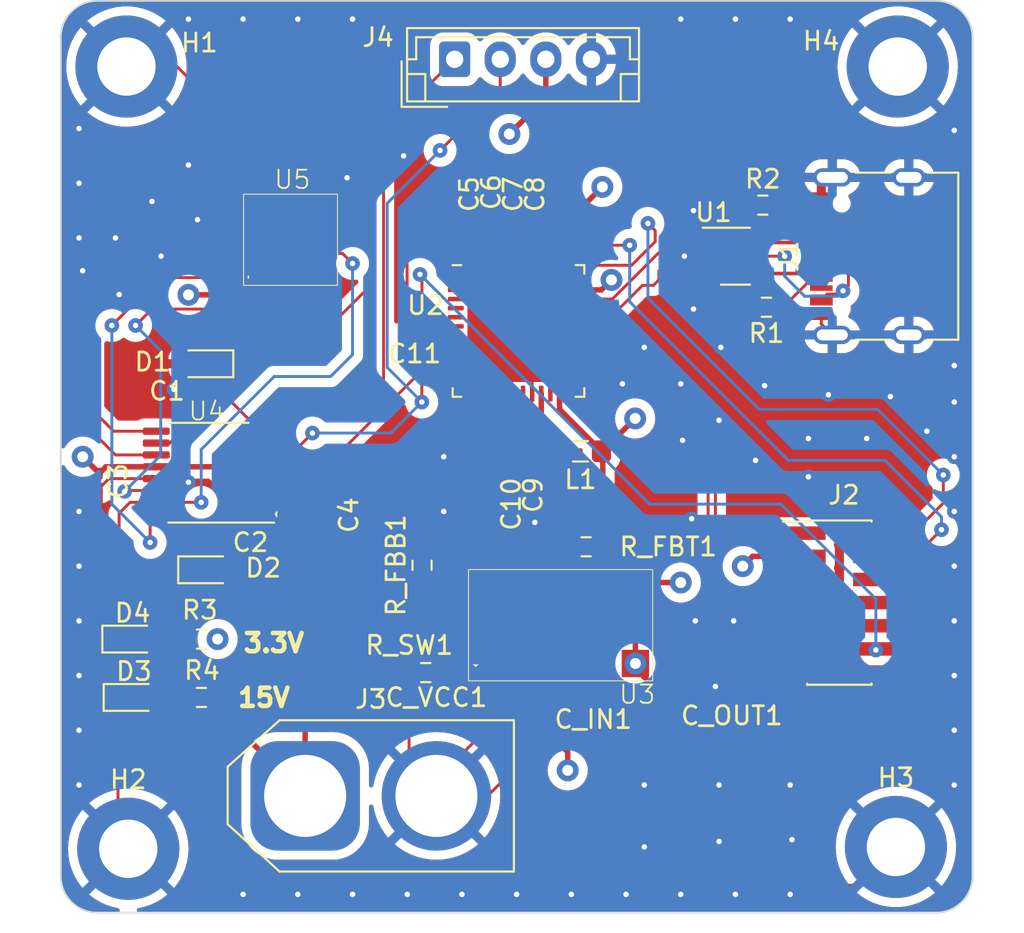
<source format=kicad_pcb>
(kicad_pcb (version 20221018) (generator pcbnew)
  (title_block (title "Carte_Controle_MCC") (date "2025-02-01") (company "ENSEA") (comment 1 "CAILLAUD Paul"))
  (layers (0 "F.Cu" signal) (1 "In1.Cu" signal) (2 "In2.Cu" signal) (31 "B.Cu" signal) (34 "B.Paste" user) (35 "F.Paste" user) (36 "B.SilkS" user "B.Silkscreen") (37 "F.SilkS" user "F.Silkscreen") (38 "B.Mask" user) (39 "F.Mask" user) (44 "Edge.Cuts" user))
  (net 0 "")
  (net 1 "Net-(U4-AHB)")
  (net 2 "S4{slash}D3_INPUT")
  (net 3 "S1{slash}D2_INPUT")
  (net 4 "Net-(U4-BHB)")
  (net 5 "+15V")
  (net 6 "GND")
  (net 7 "+3.3V")
  (net 8 "+3.3VA")
  (net 9 "NRST")
  (net 10 "Net-(U3-VCC)")
  (net 11 "/V_USB")
  (net 12 "Net-(J1-CC1)")
  (net 13 "/D+")
  (net 14 "/D-")
  (net 16 "Net-(J1-CC2)")
  (net 20 "SYS_SWDIO")
  (net 21 "SYS_SWCLK")
  (net 25 "USART_Rx")
  (net 26 "USART_Tx")
  (net 27 "TIM2_CH1_PWM")
  (net 28 "TIM2_CH2_PWM")
  (net 29 "Net-(U3-FB)")
  (net 30 "Net-(U3-FSW)")
  (net 31 "USB_DP")
  (net 32 "USB_DM")
  (net 67 "Net-(U3-EN)")
  (net 70 "unconnected-(U4-NC-Pad5)")
  (net 72 "G4_INPUT")
  (net 73 "G3_INPUT")
  (net 74 "G2_INPUT")
  (net 75 "G1_INPUT")
  (net 76 "Net-(D3-A)")
  (net 77 "Net-(D4-A)")
  (footprint "LED_SMD:LED_0603_1608Metric_Pad1.05x0.95mm_HandSolder" (layer "F.Cu") (at 113.9375 105)
    (fp_text reference "D4")
    (fp_text value "LED_Small")
  )
  (footprint "Connector_PinHeader_1.27mm:PinHeader_2x07_P1.27mm_Vertical_SMD" (layer "F.Cu") (at 152.7 103)
    (fp_text reference "J2")
    (fp_text value "Conn_ST_STDC14")
  )
  (footprint "Capacitor_SMD:C_0201_0603Metric_Pad0.64x0.40mm_HandSolder" (layer "F.Cu") (at 134.8 82.5 90)
    (fp_text reference "C7")
    (fp_text value "100n")
  )
  (footprint "Connector_AMASS:AMASS_XT60-M_1x02_P7.20mm_Vertical" (layer "F.Cu") (at 123.4 113.6)
    (fp_text reference "J3")
    (fp_text value "Conn_01x02_XT60")
  )
  (footprint "Package_DFN_QFN:QFN-48-1EP_7x7mm_P0.5mm_EP5.6x5.6mm" (layer "F.Cu") (at 135.1 88.1)
    (fp_text reference "U2")
    (fp_text value "STM32G431CBUx")
  )
  (footprint "Resistor_SMD:R_0603_1608Metric_Pad0.98x0.95mm_HandSolder" (layer "F.Cu") (at 129.8125 100.95 90)
    (fp_text reference "R_FBB1")
    (fp_text value "137k")
  )
  (footprint "Capacitor_SMD:C_0201_0603Metric_Pad0.64x0.40mm_HandSolder" (layer "F.Cu") (at 143.4 108.9 -90)
    (fp_text reference "C_OUT1")
    (fp_text value "47u")
  )
  (footprint "maker:Mosfet_FDMQ86530L" (layer "F.Cu") (at 122.6 83.1)
    (fp_text reference "U5")
    (fp_text value "~")
  )
  (footprint "MountingHole:MountingHole_3.2mm_M3_DIN965_Pad" (layer "F.Cu") (at 113.7 116.5)
    (fp_text reference "H2")
    (fp_text value "MountingHole_Pad")
  )
  (footprint "Resistor_SMD:R_0603_1608Metric_Pad0.98x0.95mm_HandSolder" (layer "F.Cu") (at 138.8125 99.9375 180)
    (fp_text reference "R_FBT1")
    (fp_text value "402k")
  )
  (footprint "maker:Gate_Driver_MIC4606-2YTS-TR" (layer "F.Cu") (at 118.1 95.9 180)
    (fp_text reference "U4")
    (fp_text value "~")
  )
  (footprint "Capacitor_SMD:C_0201_0603Metric_Pad0.64x0.40mm_HandSolder" (layer "F.Cu") (at 134.7 95.2 -90)
    (fp_text reference "C10")
    (fp_text value "10n")
  )
  (footprint "Capacitor_SMD:C_0201_0603Metric_Pad0.64x0.40mm_HandSolder" (layer "F.Cu") (at 129.4 88.3 180)
    (fp_text reference "C11")
    (fp_text value "100n")
  )
  (footprint "Capacitor_SMD:C_0201_0603Metric_Pad0.64x0.40mm_HandSolder" (layer "F.Cu") (at 112.1 96.3325 -90)
    (fp_text reference "C3")
    (fp_text value "2.2u")
  )
  (footprint "Capacitor_SMD:C_0201_0603Metric_Pad0.64x0.40mm_HandSolder" (layer "F.Cu") (at 132.8 82.5075 90)
    (fp_text reference "C5")
    (fp_text value "4.7u")
  )
  (footprint "Resistor_SMD:R_0603_1608Metric_Pad0.98x0.95mm_HandSolder" (layer "F.Cu") (at 148.7 86.8 180)
    (fp_text reference "R1")
    (fp_text value "5.1k")
  )
  (footprint "MountingHole:MountingHole_3.2mm_M3_DIN965_Pad" (layer "F.Cu") (at 155.9 73.6)
    (fp_text reference "H4")
    (fp_text value "MountingHole_Pad")
  )
  (footprint "LED_SMD:LED_0603_1608Metric_Pad1.05x0.95mm_HandSolder" (layer "F.Cu") (at 114.0125 108.2)
    (fp_text reference "D3")
    (fp_text value "LED_Small")
  )
  (footprint "maker:wurth_171013801" (layer "F.Cu") (at 137.4125 104.2375)
    (fp_text reference "U3")
    (fp_text value "~")
  )
  (footprint "Diode_SMD:D_0603_1608Metric_Pad1.05x0.95mm_HandSolder" (layer "F.Cu") (at 118.1 101.2)
    (fp_text reference "D2")
    (fp_text value "D_Schottky_Small")
  )
  (footprint "Connector_USB:USB_C_Receptacle_G-Switch_GT-USB-7010ASV" (layer "F.Cu") (at 155.435 84 90)
    (fp_text reference "J1")
    (fp_text value "USB_C_Receptacle_USB2.0_16P")
  )
  (footprint "Diode_SMD:D_0603_1608Metric_Pad1.05x0.95mm_HandSolder" (layer "F.Cu") (at 117.8 89.9 180)
    (fp_text reference "D1")
    (fp_text value "D_Schottky_Small")
  )
  (footprint "Capacitor_SMD:C_0201_0603Metric_Pad0.64x0.40mm_HandSolder" (layer "F.Cu") (at 118.2 99.7)
    (fp_text reference "C2")
    (fp_text value "1u")
  )
  (footprint "MountingHole:MountingHole_3.2mm_M3_DIN965_Pad" (layer "F.Cu") (at 113.6 73.6)
    (fp_text reference "H1")
    (fp_text value "MountingHole_Pad")
  )
  (footprint "Resistor_SMD:R_0603_1608Metric_Pad0.98x0.95mm_HandSolder" (layer "F.Cu") (at 148.5 81.2)
    (fp_text reference "R2")
    (fp_text value "5.1k")
  )
  (footprint "Capacitor_SMD:C_0201_0603Metric_Pad0.64x0.40mm_HandSolder" (layer "F.Cu") (at 135.9 95.2 -90)
    (fp_text reference "C9")
    (fp_text value "1u")
  )
  (footprint "Capacitor_SMD:C_0201_0603Metric_Pad0.64x0.40mm_HandSolder" (layer "F.Cu") (at 134 108.2 180)
    (fp_text reference "C_VCC1")
    (fp_text value "1u")
  )
  (footprint "MountingHole:MountingHole_3.2mm_M3_DIN965_Pad" (layer "F.Cu") (at 155.8 116.4)
    (fp_text reference "H3")
    (fp_text value "MountingHole_Pad")
  )
  (footprint "Capacitor_SMD:C_0201_0603Metric_Pad0.64x0.40mm_HandSolder" (layer "F.Cu") (at 133.8 82.5 90)
    (fp_text reference "C6")
    (fp_text value "100n")
  )
  (footprint "Resistor_SMD:R_0603_1608Metric_Pad0.98x0.95mm_HandSolder" (layer "F.Cu") (at 117.7125 108.2 180)
    (fp_text reference "R4")
    (fp_text value "5.6k")
  )
  (footprint "Inductor_SMD:L_0805_2012Metric_Pad1.05x1.20mm_HandSolder" (layer "F.Cu") (at 138.5 94.7 180)
    (fp_text reference "L1")
    (fp_text value "39n")
  )
  (footprint "Capacitor_SMD:C_0201_0603Metric_Pad0.64x0.40mm_HandSolder" (layer "F.Cu") (at 117.7325 91.4 180)
    (fp_text reference "C1")
    (fp_text value "1u")
  )
  (footprint "Capacitor_SMD:C_0201_0603Metric_Pad0.64x0.40mm_HandSolder" (layer "F.Cu") (at 124.7 99 -90)
    (fp_text reference "C4")
    (fp_text value "1u")
  )
  (footprint "Resistor_SMD:R_0603_1608Metric_Pad0.98x0.95mm_HandSolder" (layer "F.Cu") (at 130.0125 106.8375 180)
    (fp_text reference "R_SW1")
    (fp_text value "5.6k")
  )
  (footprint "Capacitor_SMD:C_0201_0603Metric_Pad0.64x0.40mm_HandSolder" (layer "F.Cu") (at 136.4 110.2 -90)
    (fp_text reference "C_IN1")
    (fp_text value "10u")
  )
  (footprint "Capacitor_SMD:C_0201_0603Metric_Pad0.64x0.40mm_HandSolder" (layer "F.Cu") (at 135.9 82.5 90)
    (fp_text reference "C8")
    (fp_text value "100n")
  )
  (footprint "Connector_JST:JST_EH_B4B-EH-A_1x04_P2.50mm_Vertical" (layer "F.Cu") (at 131.6 73.2)
    (fp_text reference "J4")
    (fp_text value "Conn_01x04_moteur")
  )
  (footprint "Resistor_SMD:R_0603_1608Metric_Pad0.98x0.95mm_HandSolder" (layer "F.Cu") (at 117.7125 105 180)
    (fp_text reference "R3")
    (fp_text value "820")
  )
  (footprint "Package_TO_SOT_SMD:SOT-23-6" (layer "F.Cu") (at 147 84)
    (fp_text reference "U1")
    (fp_text value "USBLC6-2SC6")
  )
  (gr_line (start 160 72) (end 160 118) (stroke (width 0.1)) (layer "Edge.Cuts"))
  (gr_arc (start 112 120) (mid 110.585786 119.414214) (end 110 118) (stroke (width 0.1)) (layer "Edge.Cuts"))
  (gr_arc (start 160 118) (mid 159.414214 119.414214) (end 158 120) (stroke (width 0.1)) (layer "Edge.Cuts"))
  (gr_line (start 112 70) (end 158 70) (stroke (width 0.1)) (layer "Edge.Cuts"))
  (gr_arc (start 158 70) (mid 159.414214 70.585786) (end 160 72) (stroke (width 0.1)) (layer "Edge.Cuts"))
  (gr_line (start 110 118) (end 110 72) (stroke (width 0.1)) (layer "Edge.Cuts"))
  (gr_arc (start 110 72) (mid 110.585786 70.585786) (end 112 70) (stroke (width 0.1)) (layer "Edge.Cuts"))
  (gr_line (start 158 120) (end 112 120) (stroke (width 0.1)) (layer "Edge.Cuts"))
  (gr_text "CAILLAUD \nPaul" (at 120 75.9) (layer "F.Cu") (effects (font (size 1 1) (thickness 0.25) bold) (justify left bottom)))
  (gr_text "3.3V" (at 119.9 105.8) (layer "F.SilkS") (effects (font (size 1 1) (thickness 0.25) bold) (justify left bottom)))
  (gr_text "15V" (at 119.6 108.8) (layer "F.SilkS") (effects (font (size 1 1) (thickness 0.25) bold) (justify left bottom)))
  (segment (start 118.7625 91.4) (end 120.9625 93.6) (width 0.16) (layer "F.Cu") (net 1))
  (segment (start 118.14 91.4) (end 118.7625 91.4) (width 0.16) (layer "F.Cu") (net 1))
  (segment (start 122.7 89.9) (end 127 85.6) (width 0.16) (layer "F.Cu") (net 2))
  (segment (start 123.525 82.35) (end 122.2 81.025) (width 0.16) (layer "F.Cu") (net 2))
  (segment (start 115.974999 94.25) (end 116.9 93.324999) (width 0.16) (layer "F.Cu") (net 2))
  (segment (start 118.675 90.05) (end 118.675 89.9) (width 0.16) (layer "F.Cu") (net 2))
  (segment (start 117.325 91.4) (end 116.9 91.825) (width 0.16) (layer "F.Cu") (net 2))
  (segment (start 117.325 91.4) (end 118.675 90.05) (width 0.16) (layer "F.Cu") (net 2))
  (segment (start 116.9 93.324999) (end 116.9 91.825) (width 0.16) (layer "F.Cu") (net 2))
  (segment (start 123.735 82.35) (end 123.525 82.35) (width 0.16) (layer "F.Cu") (net 2))
  (segment (start 118.675 89.9) (end 122.7 89.9) (width 0.16) (layer "F.Cu") (net 2))
  (segment (start 127 83.9) (end 125.45 82.35) (width 0.16) (layer "F.Cu") (net 2))
  (segment (start 125.45 82.35) (end 123.735 82.35) (width 0.16) (layer "F.Cu") (net 2))
  (segment (start 127 85.6) (end 127 83.9) (width 0.16) (layer "F.Cu") (net 2))
  (segment (start 115.2375 94.25) (end 115.974999 94.25) (width 0.16) (layer "F.Cu") (net 2))
  (segment (start 117.225 101.2) (end 115 101.2) (width 0.16) (layer "F.Cu") (net 3))
  (segment (start 123.735 83.85) (end 125.45 83.85) (width 0.16) (layer "F.Cu") (net 3))
  (segment (start 125.45 83.85) (end 126 84.4) (width 0.16) (layer "F.Cu") (net 3))
  (segment (start 113.8 97.5) (end 113.2 98.1) (width 0.16) (layer "F.Cu") (net 3))
  (segment (start 122.2 85.175) (end 123.525 83.85) (width 0.16) (layer "F.Cu") (net 3))
  (segment (start 117.225 100.2675) (end 117.225 101.2) (width 0.16) (layer "F.Cu") (net 3))
  (segment (start 115.2375 97.5) (end 113.8 97.5) (width 0.16) (layer "F.Cu") (net 3))
  (segment (start 115.2375 97.5) (end 117.7 97.5) (width 0.16) (layer "F.Cu") (net 3))
  (segment (start 123.525 83.85) (end 123.735 83.85) (width 0.16) (layer "F.Cu") (net 3))
  (segment (start 117.7925 99.7) (end 117.225 100.2675) (width 0.16) (layer "F.Cu") (net 3))
  (segment (start 115 101.2) (end 113.2 99.4) (width 0.16) (layer "F.Cu") (net 3))
  (segment (start 113.2 99.4) (end 113.2 98.1) (width 0.16) (layer "F.Cu") (net 3))
  (via (at 117.7 97.5) (size 0.8) (drill 0.3) (layers "F.Cu" "B.Cu") (net 3))
  (via (at 126 84.4) (size 0.8) (drill 0.3) (layers "F.Cu" "B.Cu") (net 3))
  (segment (start 126 84.4) (end 126 89.4) (width 0.16) (layer "B.Cu") (net 3))
  (segment (start 124.8 90.6) (end 121.7 90.6) (width 0.16) (layer "B.Cu") (net 3))
  (segment (start 117.7 94.6) (end 117.7 97.5) (width 0.16) (layer "B.Cu") (net 3))
  (segment (start 121.7 90.6) (end 117.7 94.6) (width 0.16) (layer "B.Cu") (net 3))
  (segment (start 126 89.4) (end 124.8 90.6) (width 0.16) (layer "B.Cu") (net 3))
  (segment (start 119.4125 99.7) (end 120.9625 98.15) (width 0.16) (layer "F.Cu") (net 4))
  (segment (start 118.6075 99.7) (end 119.4125 99.7) (width 0.16) (layer "F.Cu") (net 4))
  (segment (start 112.1 95.925) (end 112.475 95.55) (width 0.3) (layer "F.Cu") (net 5))
  (segment (start 125.7 99.5925) (end 125.7 106.005093) (width 0.3) (layer "F.Cu") (net 5))
  (segment (start 112.475 95.55) (end 115.2375 95.55) (width 0.3) (layer "F.Cu") (net 5))
  (segment (start 118.427254 95.55) (end 120.377254 97.5) (width 0.3) (layer "F.Cu") (net 5))
  (segment (start 120.68 86.12) (end 117 86.12) (width 0.3) (layer "F.Cu") (net 5))
  (segment (start 136.4 109.7925) (end 135.7625 109.155) (width 0.3) (layer "F.Cu") (net 5))
  (segment (start 123.4 113.6) (end 118.625 108.825) (width 0.3) (layer "F.Cu") (net 5))
  (segment (start 136.7625 109.43) (end 136.4 109.7925) (width 0.3) (layer "F.Cu") (net 5))
  (segment (start 121.4 85.175) (end 121.4 83.21) (width 0.3) (layer "F.Cu") (net 5))
  (segment (start 115.18 95.4925) (end 115.2375 95.55) (width 0.3) (layer "F.Cu") (net 5))
  (segment (start 121.4 85.4) (end 120.68 86.12) (width 0.3) (layer "F.Cu") (net 5))
  (segment (start 121.4 83.21) (end 121.29 83.1) (width 0.3) (layer "F.Cu") (net 5))
  (segment (start 112.1 95.9) (end 111.2 95) (width 0.3) (layer "F.Cu") (net 5))
  (segment (start 124.7 98.5925) (end 125.7 99.5925) (width 0.3) (layer "F.Cu") (net 5))
  (segment (start 136.6 75.3) (end 136.6 73.2) (width 0.3) (layer "F.Cu") (net 5))
  (segment (start 121.4 85.175) (end 121.4 85.4) (width 0.3) (layer "F.Cu") (net 5))
  (segment (start 136.4 109.7925) (end 137.8 111.1925) (width 0.3) (layer "F.Cu") (net 5))
  (segment (start 135.7625 109.155) (end 135.7625 106.8375) (width 0.3) (layer "F.Cu") (net 5))
  (segment (start 137.8 111.1925) (end 137.8 112.2) (width 0.3) (layer "F.Cu") (net 5))
  (segment (start 115.2375 95.55) (end 118.427254 95.55) (width 0.3) (layer "F.Cu") (net 5))
  (segment (start 134.6 77.3) (end 136.6 75.3) (width 0.3) (layer "F.Cu") (net 5))
  (segment (start 112.1 95.925) (end 112.1 95.9) (width 0.3) (layer "F.Cu") (net 5))
  (segment (start 123.4 108.305093) (end 123.4 113.6) (width 0.3) (layer "F.Cu") (net 5))
  (segment (start 121.4 81.025) (end 121.4 82.99) (width 0.3) (layer "F.Cu") (net 5))
  (segment (start 120.377254 97.5) (end 120.9625 97.5) (width 0.3) (layer "F.Cu") (net 5))
  (segment (start 123.6075 97.5) (end 124.7 98.5925) (width 0.3) (layer "F.Cu") (net 5))
  (segment (start 118.625 108.825) (end 118.625 108.2) (width 0.3) (layer "F.Cu") (net 5))
  (segment (start 125.7 106.005093) (end 123.4 108.305093) (width 0.3) (layer "F.Cu") (net 5))
  (segment (start 136.7625 106.8375) (end 136.7625 109.43) (width 0.3) (layer "F.Cu") (net 5))
  (segment (start 121.4 82.99) (end 121.29 83.1) (width 0.3) (layer "F.Cu") (net 5))
  (segment (start 118.625 108.2) (end 118.805662 108.2) (width 0.3) (layer "F.Cu") (net 5))
  (segment (start 120.9625 97.5) (end 123.6075 97.5) (width 0.3) (layer "F.Cu") (net 5))
  (via (at 134.6 77.3) (size 1.2) (drill 0.6) (layers "F.Cu" "B.Cu") (net 5))
  (via (at 111.2 95) (size 1.2) (drill 0.6) (layers "F.Cu" "B.Cu") (net 5))
  (via (at 137.8 112.2) (size 1.2) (drill 0.6) (layers "F.Cu" "B.Cu") (net 5))
  (via (at 117 86.12) (size 1.2) (drill 0.6) (layers "F.Cu" "B.Cu") (net 5))
  (segment (start 134.35 77.55) (end 134.6 77.3) (width 0.3) (layer "B.Cu") (net 5))
  (segment (start 129.2 78.5) (end 128.8 78.5) (width 0.16) (layer "F.Cu") (net 6))
  (segment (start 129.1 112.1) (end 130.6 113.6) (width 0.16) (layer "F.Cu") (net 6))
  (segment (start 113.0625 105) (end 113.0625 108.125) (width 0.16) (layer "F.Cu") (net 6))
  (segment (start 133.8 82.0925) (end 132.8075 82.0925) (width 0.16) (layer "F.Cu") (net 6))
  (segment (start 129.8125 100.0375) (end 129.8125 100.3125) (width 0.16) (layer "F.Cu") (net 6))
  (segment (start 151.71 87.2) (end 151.71 87.72) (width 0.16) (layer "F.Cu") (net 6))
  (segment (start 124.6 85.175) (end 124.6 85.5) (width 0.16) (layer "F.Cu") (net 6))
  (segment (start 136 98.6) (end 135.9 98.5) (width 0.16) (layer "F.Cu") (net 6))
  (segment (start 114.7 102.6) (end 113.0625 104.2375) (width 0.16) (layer "F.Cu") (net 6))
  (segment (start 150.75 101.73) (end 149.17 101.73) (width 0.16) (layer "F.Cu") (net 6))
  (segment (start 132.15375 81.44625) (end 132.15 81.45) (width 0.16) (layer "F.Cu") (net 6))
  (segment (start 128.9925 78.6925) (end 128.8 78.5) (width 0.16) (layer "F.Cu") (net 6))
  (segment (start 135.9 98.5) (end 135.9 95.6075) (width 0.16) (layer "F.Cu") (net 6))
  (segment (start 133.5925 109.7075) (end 130.6 112.7) (width 0.16) (layer "F.Cu") (net 6))
  (segment (start 112.1 96.74) (end 112.64 96.2) (width 0.16) (layer "F.Cu") (net 6))
  (segment (start 115.13 96.3075) (end 115.2375 96.2) (width 0.16) (layer "F.Cu") (net 6))
  (segment (start 112.1 96.74) (end 112.1 104.0375) (width 0.16) (layer "F.Cu") (net 6))
  (segment (start 134.0575 80.25) (end 132.9575 80.25) (width 0.16) (layer "F.Cu") (net 6))
  (segment (start 135.85 91.95) (end 135.85 91.5375) (width 0.16) (layer "F.Cu") (net 6))
  (segment (start 132.8075 82.0925) (end 132.8 82.1) (width 0.16) (layer "F.Cu") (net 6))
  (segment (start 149.17 101.73) (end 148.8 102.1) (width 0.16) (layer "F.Cu") (net 6))
  (segment (start 116.925 89.9) (end 116.925 90.575) (width 0.16) (layer "F.Cu") (net 6))
  (segment (start 134.7 95.6075) (end 133.9 94.8075) (width 0.16) (layer "F.Cu") (net 6))
  (segment (start 129.8125 100.3125) (end 133.6875 104.1875) (width 0.16) (layer "F.Cu") (net 6))
  (segment (start 134.3625 104.1875) (end 134.3625 102.0375) (width 0.16) (layer "F.Cu") (net 6))
  (segment (start 124.6 80.8) (end 124.6 81.025) (width 0.16) (layer "F.Cu") (net 6))
  (segment (start 116.925 90.575) (end 116.2 91.3) (width 0.16) (layer "F.Cu") (net 6))
  (segment (start 116.5 96.7) (end 116 96.2) (width 0.16) (layer "F.Cu") (net 6))
  (segment (start 144.7 86.9) (end 144.8 86.8) (width 0.16) (layer "F.Cu") (net 6))
  (segment (start 132.8 82.1) (end 132.15 81.45) (width 0.16) (layer "F.Cu") (net 6))
  (segment (start 132.9575 80.25) (end 130.95 80.25) (width 0.16) (layer "F.Cu") (net 6))
  (segment (start 123.8 81.025) (end 124.6 81.025) (width 0.16) (layer "F.Cu") (net 6))
  (segment (start 113.0625 104.2375) (end 113.0625 105) (width 0.16) (layer "F.Cu") (net 6))
  (segment (start 133.6875 104.1875) (end 134.3625 104.1875) (width 0.16) (layer "F.Cu") (net 6))
  (segment (start 130.6 112.7) (end 130.6 113.6) (width 0.16) (layer "F.Cu") (net 6))
  (segment (start 135.9 82.0925) (end 134.0575 80.25) (width 0.16) (layer "F.Cu") (net 6))
  (segment (start 125.7 79.7) (end 124.6 80.8) (width 0.16) (layer "F.Cu") (net 6))
  (segment (start 130.6 111.1925) (end 130.6 113.6) (width 0.16) (layer "F.Cu") (net 6))
  (segment (start 134.3625 102.0375) (end 134.7625 101.6375) (width 0.16) (layer "F.Cu") (net 6))
  (segment (start 132.15 81.45) (end 131.3 80.6) (width 0.16) (layer "F.Cu") (net 6))
  (segment (start 144.3 84) (end 144.2 84) (width 0.16) (layer "F.Cu") (net 6))
  (segment (start 133.9 94.8075) (end 133.9 93.9) (width 0.16) (layer "F.Cu") (net 6))
  (segment (start 113.6 73.6) (end 116.375 73.6) (width 0.16) (layer "F.Cu") (net 6))
  (segment (start 153.7 118.5) (end 155.8 116.4) (width 0.16) (layer "F.Cu") (net 6))
  (segment (start 149.92 103) (end 150.75 103) (width 0.16) (layer "F.Cu") (net 6))
  (segment (start 116.375 73.6) (end 123.8 81.025) (width 0.16) (layer "F.Cu") (net 6))
  (segment (start 145.4 118.5) (end 153.7 118.5) (width 0.16) (layer "F.Cu") (net 6))
  (segment (start 135.85 88.85) (end 135.85 91.5375) (width 0.16) (layer "F.Cu") (net 6))
  (segment (start 134.7 95.6075) (end 135.9 95.6075) (width 0.16) (layer "F.Cu") (net 6))
  (segment (start 144.3 84) (end 145.8625 84) (width 0.16) (layer "F.Cu") (net 6))
  (segment (start 156.51 74.21) (end 155.9 73.6) (width 0.16) (layer "F.Cu") (net 6))
  (segment (start 122.5 87.6) (end 123.8 86.3) (width 0.16) (layer "F.Cu") (net 6))
  (segment (start 116.7 96.7) (end 116.5 96.7) (width 0.16) (layer "F.Cu") (net 6))
  (segment (start 134.5625 100.0375) (end 136 98.6) (width 0.16) (layer "F.Cu") (net 6))
  (segment (start 129.8125 100.0375) (end 134.5625 100.0375) (width 0.16) (layer "F.Cu") (net 6))
  (segment (start 116.925 89.9) (end 119.225 87.6) (width 0.16) (layer "F.Cu") (net 6))
  (segment (start 133.5925 108.2) (end 133.5925 109.7075) (width 0.16) (layer "F.Cu") (net 6))
  (segment (start 118.975 101.2) (end 117.575 102.6) (width 0.16) (layer "F.Cu") (net 6))
  (segment (start 124.6 85.5) (end 123.8 86.3) (width 0.16) (layer "F.Cu") (net 6))
  (segment (start 117.575 102.6) (end 114.7 102.6) (width 0.16) (layer "F.Cu") (net 6))
  (segment (start 113.1375 115.9375) (end 113.7 116.5) (width 0.16) (layer "F.Cu") (net 6))
  (segment (start 151.71 80.28) (end 152.31 79.68) (width 0.16) (layer "F.Cu") (net 6))
  (segment (start 116 96.2) (end 115.2375 96.2) (width 0.16) (layer "F.Cu") (net 6))
  (segment (start 128.9925 88.3) (end 128.9925 78.6925) (width 0.16) (layer "F.Cu") (net 6))
  (segment (start 144.7 81.5) (end 145 81.2) (width 0.16) (layer "F.Cu") (net 6))
  (segment (start 150.75 105.54) (end 149.24 105.54) (width 0.16) (layer "F.Cu") (net 6))
  (segment (start 149.24 105.54) (end 148.8 105.1) (width 0.16) (layer "F.Cu") (net 6))
  (segment (start 119.225 87.6) (end 122.5 87.6) (width 0.16) (layer "F.Cu") (net 6))
  (segment (start 112.64 96.2) (end 115.2375 96.2) (width 0.16) (layer "F.Cu") (net 6))
  (segment (start 148.8 104.12) (end 149.92 103) (width 0.16) (layer "F.Cu") (net 6))
  (segment (start 131.3 80.6) (end 130.95 80.25) (width 0.16) (layer "F.Cu") (net 6))
  (segment (start 143.4 116.5) (end 145.4 118.5) (width 0.16) (layer "F.Cu") (net 6))
  (segment (start 143.4 109.3075) (end 143.4 116.5) (width 0.16) (layer "F.Cu") (net 6))
  (segment (start 116.7 96.7) (end 117 96.4) (width 0.16) (layer "F.Cu") (net 6))
  (segment (start 113.1375 108.2) (end 113.1375 115.9375) (width 0.16) (layer "F.Cu") (net 6))
  (segment (start 133.4075 113.6) (end 130.6 113.6) (width 0.16) (layer "F.Cu") (net 6))
  (segment (start 133.9 93.9) (end 135.85 91.95) (width 0.16) (layer "F.Cu") (net 6))
  (segment (start 112.1 104.0375) (end 113.0625 105) (width 0.16) (layer "F.Cu") (net 6))
  (segment (start 152.31 79.68) (end 149.1075 79.68) (width 0.16) (layer "F.Cu") (net 6))
  (segment (start 113.0625 108.125) (end 113.1375 108.2) (width 0.16) (layer "F.Cu") (net 6))
  (segment (start 148.8 102.1) (end 148.8 104.12) (width 0.16) (layer "F.Cu") (net 6))
  (segment (start 124.7 99.4075) (end 122.9075 101.2) (width 0.16) (layer "F.Cu") (net 6))
  (segment (start 136.4 110.6075) (end 133.4075 113.6) (width 0.16) (layer "F.Cu") (net 6))
  (segment (start 134.8 82.0925) (end 132.9575 80.25) (width 0.16) (layer "F.Cu") (net 6))
  (segment (start 144.8 86.8) (end 147.7875 86.8) (width 0.16) (layer "F.Cu") (net 6))
  (segment (start 129.1 106.8375) (end 129.1 112.1) (width 0.16) (layer "F.Cu") (net 6))
  (segment (start 149.1075 79.68) (end 147.5875 81.2) (width 0.16) (layer "F.Cu") (net 6))
  (segment (start 135.1 88.1) (end 135.85 88.85) (width 0.16) (layer "F.Cu") (net 6))
  (segment (start 145 81.2) (end 147.5875 81.2) (width 0.16) (layer "F.Cu") (net 6))
  (segment (start 151.71 80.8) (end 151.71 80.28) (width 0.16) (layer "F.Cu") (net 6))
  (segment (start 122.9075 101.2) (end 118.975 101.2) (width 0.16) (layer "F.Cu") (net 6))
  (segment (start 123.8 86.3) (end 123.8 85.175) (width 0.16) (layer "F.Cu") (net 6))
  (segment (start 148.8 105.1) (end 148.8 104.12) (width 0.16) (layer "F.Cu") (net 6))
  (segment (start 130.95 80.25) (end 129.2 78.5) (width 0.16) (layer "F.Cu") (net 6))
  (segment (start 151.71 87.72) (end 152.31 88.32) (width 0.16) (layer "F.Cu") (net 6))
  (via (at 150 71) (size 0.8) (drill 0.3) (layers "F.Cu" "B.Cu") (net 6))
  (via (at 154.2 94) (size 0.8) (drill 0.3) (layers "F.Cu" "B.Cu") (net 6))
  (via (at 142 116.4) (size 0.8) (drill 0.3) (layers "F.Cu" "B.Cu") (net 6))
  (via (at 146.1 93) (size 0.8) (drill 0.3) (layers "F.Cu" "B.Cu") (net 6))
  (via (at 135 119) (size 0.8) (drill 0.3) (layers "F.Cu" "B.Cu") (net 6))
  (via (at 147 71) (size 0.8) (drill 0.3) (layers "F.Cu" "B.Cu") (net 6))
  (via (at 151 94) (size 0.8) (drill 0.3) (layers "F.Cu" "B.Cu") (net 6))
  (via (at 117 96.4) (size 0.8) (drill 0.3) (layers "F.Cu" "B.Cu") (net 6))
  (via (at 123 71) (size 0.8) (drill 0.3) (layers "F.Cu" "B.Cu") (net 6))
  (via (at 132 119) (size 0.8) (drill 0.3) (layers "F.Cu" "B.Cu") (net 6))
  (via (at 111 104) (size 0.8) (drill 0.3) (layers "F.Cu" "B.Cu") (net 6))
  (via (at 144 119) (size 0.8) (drill 0.3) (layers "F.Cu" "B.Cu") (net 6))
  (via (at 157.5 93.6) (size 0.8) (drill 0.3) (layers "F.Cu" "B.Cu") (net 6))
  (via (at 146.2 89) (size 0.8) (drill 0.3) (layers "F.Cu" "B.Cu") (net 6))
  (via (at 144.8 104) (size 0.8) (drill 0.3) (layers "F.Cu" "B.Cu") (net 6))
  (via (at 152.1 91.6) (size 0.8) (drill 0.3) (layers "F.Cu" "B.Cu") (net 6))
  (via (at 129 119) (size 0.8) (drill 0.3) (layers "F.Cu" "B.Cu") (net 6))
  (via (at 159 95) (size 0.8) (drill 0.3) (layers "F.Cu" "B.Cu") (net 6))
  (via (at 150.1 116) (size 0.8) (drill 0.3) (layers "F.Cu" "B.Cu") (net 6))
  (via (at 117.5 82) (size 0.8) (drill 0.3) (layers "F.Cu" "B.Cu") (net 6))
  (via (at 131 95) (size 0.8) (drill 0.3) (layers "F.Cu" "B.Cu") (net 6))
  (via (at 128.8 78.5) (size 0.8) (drill 0.3) (layers "F.Cu" "B.Cu") (net 6))
  (via (at 151 96.1) (size 0.8) (drill 0.3) (layers "F.Cu" "B.Cu") (net 6))
  (via (at 146.1 113) (size 0.8) (drill 0.3) (layers "F.Cu" "B.Cu") (net 6))
  (via (at 111 107) (size 0.8) (drill 0.3) (layers "F.Cu" "B.Cu") (net 6))
  (via (at 111 80) (size 0.8) (drill 0.3) (layers "F.Cu" "B.Cu") (net 6))
  (via (at 111 101) (size 0.8) (drill 0.3) (layers "F.Cu" "B.Cu") (net 6))
  (via (at 142 113) (size 0.8) (drill 0.3) (layers "F.Cu" "B.Cu") (net 6))
  (via (at 111 77) (size 0.8) (drill 0.3) (layers "F.Cu" "B.Cu") (net 6))
  (via (at 141 119) (size 0.8) (drill 0.3) (layers "F.Cu" "B.Cu") (net 6))
  (via (at 126 119) (size 0.8) (drill 0.3) (layers "F.Cu" "B.Cu") (net 6))
  (via (at 120 119) (size 0.8) (drill 0.3) (layers "F.Cu" "B.Cu") (net 6))
  (via (at 136 98.6) (size 0.8) (drill 0.3) (layers "F.Cu" "B.Cu") (net 6))
  (via (at 155.5 91.7) (size 0.8) (drill 0.3) (layers "F.Cu" "B.Cu") (net 6))
  (via (at 111 113) (size 0.8) (drill 0.3) (layers "F.Cu" "B.Cu") (net 6))
  (via (at 159 101) (size 0.8) (drill 0.3) (layers "F.Cu" "B.Cu") (net 6))
  (via (at 131 98) (size 0.8) (drill 0.3) (layers "F.Cu" "B.Cu") (net 6))
  (via (at 142 89) (size 0.8) (drill 0.3) (layers "F.Cu" "B.Cu") (net 6))
  (via (at 150 119) (size 0.8) (drill 0.3) (layers "F.Cu" "B.Cu") (net 6))
  (via (at 117 71) (size 0.8) (drill 0.3) (layers "F.Cu" "B.Cu") (net 6))
  (via (at 159 92) (size 0.8) (drill 0.3) (layers "F.Cu" "B.Cu") (net 6))
  (via (at 159 98) (size 0.8) (drill 0.3) (layers "F.Cu" "B.Cu") (net 6))
  (via (at 146.9 104) (size 0.8) (drill 0.3) (layers "F.Cu" "B.Cu") (net 6))
  (via (at 120 71) (size 0.8) (drill 0.3) (layers "F.Cu" "B.Cu") (net 6))
  (via (at 113 83) (size 0.8) (drill 0.3) (layers "F.Cu" "B.Cu") (net 6))
  (via (at 111 110) (size 0.8) (drill 0.3) (layers "F.Cu" "B.Cu") (net 6))
  (via (at 148.1 95.2) (size 0.8) (drill 0.3) (layers "F.Cu" "B.Cu") (net 6))
  (via (at 150 113) (size 0.8) (drill 0.3) (layers "F.Cu" "B.Cu") (net 6))
  (via (at 116.2 91.3) (size 0.8) (drill 0.3) (layers "F.Cu" "B.Cu") (net 6))
  (via (at 148.6 91.1) (size 0.8) (drill 0.3) (layers "F.Cu" "B.Cu") (net 6))
  (via (at 115.5 84) (size 0.8) (drill 0.3) (layers "F.Cu" "B.Cu") (net 6))
  (via (at 144.2 84) (size 0.8) (drill 0.3) (layers "F.Cu" "B.Cu") (net 6))
  (via (at 138 119) (size 0.8) (drill 0.3) (layers "F.Cu" "B.Cu") (net 6))
  (via (at 111.2 84.8) (size 0.8) (drill 0.3) (layers "F.Cu" "B.Cu") (net 6))
  (via (at 159 90) (size 0.8) (drill 0.3) (layers "F.Cu" "B.Cu") (net 6))
  (via (at 125.7 79.7) (size 0.8) (drill 0.3) (layers "F.Cu" "B.Cu") (net 6))
  (via (at 117 79) (size 0.8) (drill 0.3) (layers "F.Cu" "B.Cu") (net 6))
  (via (at 144.7 81.5) (size 0.8) (drill 0.3) (layers "F.Cu" "B.Cu") (net 6))
  (via (at 140.8 91) (size 0.8) (drill 0.3) (layers "F.Cu" "B.Cu") (net 6))
  (via (at 145.9 107.6) (size 0.8) (drill 0.3) (layers "F.Cu" "B.Cu") (net 6))
  (via (at 146.1 116.1) (size 0.8) (drill 0.3) (layers "F.Cu" "B.Cu") (net 6))
  (via (at 159 107) (size 0.8) (drill 0.3) (layers "F.Cu" "B.Cu") (net 6))
  (via (at 159 77.1) (size 0.8) (drill 0.3) (layers "F.Cu" "B.Cu") (net 6))
  (via (at 159 110) (size 0.8) (drill 0.3) (layers "F.Cu" "B.Cu") (net 6))
  (via (at 113.2 86.1) (size 0.8) (drill 0.3) (layers "F.Cu" "B.Cu") (net 6))
  (via (at 126 71) (size 0.8) (drill 0.3) (layers "F.Cu" "B.Cu") (net 6))
  (via (at 111 83) (size 0.8) (drill 0.3) (layers "F.Cu" "B.Cu") (net 6))
  (via (at 123 119) (size 0.8) (drill 0.3) (layers "F.Cu" "B.Cu") (net 6))
  (via (at 159 113) (size 0.8) (drill 0.3) (layers "F.Cu" "B.Cu") (net 6))
  (via (at 159 104) (size 0.8) (drill 0.3) (layers "F.Cu" "B.Cu") (net 6))
  (via (at 147 119) (size 0.8) (drill 0.3) (layers "F.Cu" "B.Cu") (net 6))
  (via (at 111 98) (size 0.8) (drill 0.3) (layers "F.Cu" "B.Cu") (net 6))
  (via (at 144.1 94.1) (size 0.8) (drill 0.3) (layers "F.Cu" "B.Cu") (net 6))
  (via (at 115 81) (size 0.8) (drill 0.3) (layers "F.Cu" "B.Cu") (net 6))
  (via (at 144 91) (size 0.8) (drill 0.3) (layers "F.Cu" "B.Cu") (net 6))
  (via (at 144.6 98.4) (size 0.8) (drill 0.3) (layers "F.Cu" "B.Cu") (net 6))
  (via (at 144.7 86.9) (size 0.8) (drill 0.3) (layers "F.Cu" "B.Cu") (net 6))
  (via (at 144 71) (size 0.8) (drill 0.3) (layers "F.Cu" "B.Cu") (net 6))
  (segment (start 128.8 78.5) (end 127.6 79.7) (width 0.16) (layer "B.Cu") (net 6))
  (segment (start 127.6 79.7) (end 125.7 79.7) (width 0.16) (layer "B.Cu") (net 6))
  (segment (start 137 82.9) (end 139.7 80.2) (width 0.3) (layer "F.Cu") (net 7))
  (segment (start 132.35 84.6625) (end 132.35 83.365) (width 0.3) (layer "F.Cu") (net 7))
  (segment (start 133.7925 82.915) (end 133.8 82.9075) (width 0.3) (layer "F.Cu") (net 7))
  (segment (start 140.2 85.3) (end 139.65 85.85) (width 0.3) (layer "F.Cu") (net 7))
  (segment (start 144 101.9) (end 141.75 101.9) (width 0.3) (layer "F.Cu") (net 7))
  (segment (start 141.75 101.9) (end 141.5125 102.1375) (width 0.3) (layer "F.Cu") (net 7))
  (segment (start 141.5125 106.605) (end 143.4 108.4925) (width 0.3) (layer "F.Cu") (net 7))
  (segment (start 118.625 105) (end 118.6 105) (width 0.3) (layer "F.Cu") (net 7))
  (segment (start 136.9925 82.9075) (end 137 82.9) (width 0.3) (layer "F.Cu") (net 7))
  (segment (start 132.8075 82.9075) (end 132.8 82.915) (width 0.5) (layer "F.Cu") (net 7))
  (segment (start 137.35 92.4) (end 139.65 94.7) (width 0.3) (layer "F.Cu") (net 7))
  (segment (start 132.8 82.915) (end 133.7925 82.915) (width 0.3) (layer "F.Cu") (net 7))
  (segment (start 141.5125 102.1375) (end 141.5125 106.3375) (width 0.3) (layer "F.Cu") (net 7))
  (segment (start 131.6625 85.35) (end 132.35 84.6625) (width 0.3) (layer "F.Cu") (net 7))
  (segment (start 139.725 94.775) (end 139.65 94.7) (width 0.3) (layer "F.Cu") (net 7))
  (segment (start 135.9 82.9075) (end 134.8 82.9075) (width 0.3) (layer "F.Cu") (net 7))
  (segment (start 135.9 82.9075) (end 136.9925 82.9075) (width 0.3) (layer "F.Cu") (net 7))
  (segment (start 139.725 99.9375) (end 139.725 94.775) (width 0.3) (layer "F.Cu") (net 7))
  (segment (start 133.8 82.9075) (end 134.8 82.9075) (width 0.3) (layer "F.Cu") (net 7))
  (segment (start 139.65 94.7) (end 139.65 94.65) (width 0.3) (layer "F.Cu") (net 7))
  (segment (start 141.5125 106.3375) (end 141.5125 106.605) (width 0.3) (layer "F.Cu") (net 7))
  (segment (start 139.725 99.9375) (end 139.725 100.35) (width 0.3) (layer "F.Cu") (net 7))
  (segment (start 139.65 94.7) (end 139.7 94.7) (width 0.3) (layer "F.Cu") (net 7))
  (segment (start 139.725 100.35) (end 141.5125 102.1375) (width 0.3) (layer "F.Cu") (net 7))
  (segment (start 150.75 100.46) (end 147.94 100.46) (width 0.3) (layer "F.Cu") (net 7))
  (segment (start 137.35 91.5375) (end 137.35 92.4) (width 0.3) (layer "F.Cu") (net 7))
  (segment (start 139.65 85.85) (end 138.5375 85.85) (width 0.3) (layer "F.Cu") (net 7))
  (segment (start 147.94 100.46) (end 147.4 101) (width 0.3) (layer "F.Cu") (net 7))
  (segment (start 132.35 83.365) (end 132.8 82.915) (width 0.3) (layer "F.Cu") (net 7))
  (segment (start 139.7 94.7) (end 141.5 92.9) (width 0.3) (layer "F.Cu") (net 7))
  (via (at 141.5 92.9) (size 1.2) (drill 0.6) (layers "F.Cu" "B.Cu") (net 7))
  (via (at 118.6 105) (size 1.2) (drill 0.6) (layers "F.Cu" "B.Cu") (net 7))
  (via (at 139.7 80.2) (size 1.2) (drill 0.6) (layers "F.Cu" "B.Cu") (net 7))
  (via (at 144 101.9) (size 1.2) (drill 0.6) (layers "F.Cu" "B.Cu") (net 7))
  (via (at 140.2 85.3) (size 1.2) (drill 0.6) (layers "F.Cu" "B.Cu") (net 7))
  (via (at 147.4 101) (size 1.2) (drill 0.6) (layers "F.Cu" "B.Cu") (net 7))
  (via (at 141.5125 106.3375) (size 1.2) (drill 0.6) (layers "F.Cu" "B.Cu") (net 7))
  (segment (start 135.9 94.7925) (end 137.2575 94.7925) (width 0.5) (layer "F.Cu") (net 8))
  (segment (start 136.35 93.7) (end 137.35 94.7) (width 0.3) (layer "F.Cu") (net 8))
  (segment (start 134.7 94.7925) (end 135.9 94.7925) (width 0.5) (layer "F.Cu") (net 8))
  (segment (start 136.35 91.5375) (end 136.35 93.7) (width 0.3) (layer "F.Cu") (net 8))
  (segment (start 137.2575 94.7925) (end 137.35 94.7) (width 0.5) (layer "F.Cu") (net 8))
  (segment (start 131.6125 88.3) (end 131.6625 88.35) (width 0.16) (layer "F.Cu") (net 9))
  (segment (start 154.65 105.55) (end 154.7 105.6) (width 0.16) (layer "F.Cu") (net 9))
  (segment (start 129.7 85) (end 129.8075 85.1075) (width 0.16) (layer "F.Cu") (net 9))
  (segment (start 154.65 105.54) (end 154.65 105.55) (width 0.16) (layer "F.Cu") (net 9))
  (segment (start 129.8075 85.1075) (end 129.8075 88.3) (width 0.16) (layer "F.Cu") (net 9))
  (segment (start 129.8075 88.3) (end 131.6125 88.3) (width 0.16) (layer "F.Cu") (net 9))
  (via (at 154.7 105.6) (size 0.8) (drill 0.3) (layers "F.Cu" "B.Cu") (net 9))
  (via (at 129.7 85) (size 0.8) (drill 0.3) (layers "F.Cu" "B.Cu") (net 9))
  (segment (start 142.3 97.6) (end 129.7 85) (width 0.16) (layer "B.Cu") (net 9))
  (segment (start 149.5 97.6) (end 142.3 97.6) (width 0.16) (layer "B.Cu") (net 9))
  (segment (start 154.7 102.8) (end 149.5 97.6) (width 0.16) (layer "B.Cu") (net 9))
  (segment (start 154.7 105.6) (end 154.7 102.8) (width 0.16) (layer "B.Cu") (net 9))
  (segment (start 134.7625 107.845) (end 134.4075 108.2) (width 0.16) (layer "F.Cu") (net 10))
  (segment (start 134.7625 106.8375) (end 134.7625 107.845) (width 0.16) (layer "F.Cu") (net 10))
  (segment (start 153.19369 82.4) (end 153.19369 85.60631) (width 0.16) (layer "F.Cu") (net 11))
  (segment (start 152.9 85.9) (end 152.72 86.08) (width 0.16) (layer "F.Cu") (net 11))
  (segment (start 153.19369 85.60631) (end 152.9 85.9) (width 0.16) (layer "F.Cu") (net 11))
  (segment (start 148.1375 84) (end 149.7 84) (width 0.16) (layer "F.Cu") (net 11))
  (segment (start 152.39369 81.6) (end 151.71 81.6) (width 0.16) (layer "F.Cu") (net 11))
  (segment (start 153.19369 82.4) (end 152.39369 81.6) (width 0.16) (layer "F.Cu") (net 11))
  (segment (start 152.03 86.08) (end 151.71 86.4) (width 0.16) (layer "F.Cu") (net 11))
  (segment (start 152.72 86.08) (end 152.03 86.08) (width 0.16) (layer "F.Cu") (net 11))
  (via (at 149.7 84) (size 0.8) (drill 0.3) (layers "F.Cu" "B.Cu") (net 11))
  (via (at 152.9 85.9) (size 0.8) (drill 0.3) (layers "F.Cu" "B.Cu") (net 11))
  (segment (start 152.6 86.2) (end 152.9 85.9) (width 0.16) (layer "B.Cu") (net 11))
  (segment (start 150.8 86.2) (end 152.6 86.2) (width 0.16) (layer "B.Cu") (net 11))
  (segment (start 149.7 85.1) (end 150.8 86.2) (width 0.16) (layer "B.Cu") (net 11))
  (segment (start 149.7 84) (end 149.7 85.1) (width 0.16) (layer "B.Cu") (net 11))
  (segment (start 151.1625 85.25) (end 151.71 85.25) (width 0.16) (layer "F.Cu") (net 12))
  (segment (start 149.6125 86.8) (end 151.1625 85.25) (width 0.16) (layer "F.Cu") (net 12))
  (segment (start 152.53 83.4) (end 152.53 84.07) (width 0.2) (layer "F.Cu") (net 13))
  (segment (start 148.3375 83.25) (end 148.1375 83.05) (width 0.2) (layer "F.Cu") (net 13))
  (segment (start 152.53 84.07) (end 152.35 84.25) (width 0.2) (layer "F.Cu") (net 13))
  (segment (start 152.35 84.25) (end 151.71 84.25) (width 0.2) (layer "F.Cu") (net 13))
  (segment (start 152.38 83.25) (end 152.53 83.4) (width 0.2) (layer "F.Cu") (net 13))
  (segment (start 151.71 83.25) (end 148.3375 83.25) (width 0.2) (layer "F.Cu") (net 13))
  (segment (start 151.71 83.25) (end 152.38 83.25) (width 0.2) (layer "F.Cu") (net 13))
  (segment (start 150.54 84.95) (end 148.1375 84.95) (width 0.2) (layer "F.Cu") (net 14))
  (segment (start 150.89 83.91) (end 151.05 83.75) (width 0.2) (layer "F.Cu") (net 14))
  (segment (start 151.04 84.75) (end 150.89 84.6) (width 0.2) (layer "F.Cu") (net 14))
  (segment (start 151.71 84.75) (end 151.04 84.75) (width 0.2) (layer "F.Cu") (net 14))
  (segment (start 151.05 83.75) (end 151.71 83.75) (width 0.2) (layer "F.Cu") (net 14))
  (segment (start 150.89 84.6) (end 150.89 84.2) (width 0.2) (layer "F.Cu") (net 14))
  (segment (start 150.89 84.2) (end 150.89 83.91) (width 0.2) (layer "F.Cu") (net 14))
  (segment (start 150.89 84.6) (end 150.54 84.95) (width 0.2) (layer "F.Cu") (net 14))
  (segment (start 149.4125 81.2) (end 150.4625 82.25) (width 0.16) (layer "F.Cu") (net 16))
  (segment (start 150.4625 82.25) (end 151.71 82.25) (width 0.16) (layer "F.Cu") (net 16))
  (segment (start 141.3 84.5) (end 142.6 83.2) (width 0.16) (layer "F.Cu") (net 20))
  (segment (start 138.5375 85.35) (end 139.3875 84.5) (width 0.16) (layer "F.Cu") (net 20))
  (segment (start 155.48 100.46) (end 158.4 97.54) (width 0.16) (layer "F.Cu") (net 20))
  (segment (start 158.4 97.54) (end 158.4 96) (width 0.16) (layer "F.Cu") (net 20))
  (segment (start 154.65 100.46) (end 155.48 100.46) (width 0.16) (layer "F.Cu") (net 20))
  (segment (start 139.3875 84.5) (end 141.3 84.5) (width 0.16) (layer "F.Cu") (net 20))
  (segment (start 142.6 83.2) (end 142.6 82.6) (width 0.16) (layer "F.Cu") (net 20))
  (segment (start 142.6 82.6) (end 142.2 82.2) (width 0.16) (layer "F.Cu") (net 20))
  (via (at 142.2 82.2) (size 0.8) (drill 0.3) (layers "F.Cu" "B.Cu") (net 20))
  (via (at 158.4 96) (size 0.8) (drill 0.3) (layers "F.Cu" "B.Cu") (net 20))
  (segment (start 158.4 96) (end 154.8 92.4) (width 0.16) (layer "B.Cu") (net 20))
  (segment (start 142.2 86.3) (end 142.2 82.2) (width 0.16) (layer "B.Cu") (net 20))
  (segment (start 149.6 92.4) (end 148.3 92.4) (width 0.16) (layer "B.Cu") (net 20))
  (segment (start 142.6 86.7) (end 142.2 86.3) (width 0.16) (layer "B.Cu") (net 20))
  (segment (start 148.3 92.4) (end 142.6 86.7) (width 0.16) (layer "B.Cu") (net 20))
  (segment (start 154.8 92.4) (end 149.6 92.4) (width 0.16) (layer "B.Cu") (net 20))
  (segment (start 155.57 101.73) (end 154.65 101.73) (width 0.16) (layer "F.Cu") (net 21))
  (segment (start 138.1 83.4) (end 141.2 83.4) (width 0.16) (layer "F.Cu") (net 21))
  (segment (start 158.3 99) (end 155.57 101.73) (width 0.16) (layer "F.Cu") (net 21))
  (segment (start 137.85 83.65) (end 138.1 83.4) (width 0.16) (layer "F.Cu") (net 21))
  (segment (start 137.85 84.6625) (end 137.85 83.65) (width 0.16) (layer "F.Cu") (net 21))
  (via (at 141.2 83.4) (size 0.8) (drill 0.3) (layers "F.Cu" "B.Cu") (net 21))
  (via (at 158.3 99) (size 0.8) (drill 0.3) (layers "F.Cu" "B.Cu") (net 21))
  (segment (start 141.2 86.5) (end 148.1 93.4) (width 0.16) (layer "B.Cu") (net 21))
  (segment (start 141.2 83.4) (end 141.2 86.5) (width 0.16) (layer "B.Cu") (net 21))
  (segment (start 158.3 98.3) (end 158.3 99) (width 0.16) (layer "B.Cu") (net 21))
  (segment (start 148.1 93.4) (end 149.9 95.2) (width 0.16) (layer "B.Cu") (net 21))
  (segment (start 155.2 95.2) (end 158.3 98.3) (width 0.16) (layer "B.Cu") (net 21))
  (segment (start 149.9 95.2) (end 155.2 95.2) (width 0.16) (layer "B.Cu") (net 21))
  (segment (start 145.9 94.275001) (end 145.9 104.9) (width 0.16) (layer "F.Cu") (net 25))
  (segment (start 147.81 106.81) (end 150.75 106.81) (width 0.16) (layer "F.Cu") (net 25))
  (segment (start 138.5375 87.35) (end 138.974999 87.35) (width 0.16) (layer "F.Cu") (net 25))
  (segment (start 138.974999 87.35) (end 145.9 94.275001) (width 0.16) (layer "F.Cu") (net 25))
  (segment (start 145.9 104.9) (end 147.81 106.81) (width 0.16) (layer "F.Cu") (net 25))
  (segment (start 145.5 105.9) (end 148.8 109.2) (width 0.16) (layer "F.Cu") (net 26))
  (segment (start 138.974999 87.85) (end 145.5 94.375001) (width 0.16) (layer "F.Cu") (net 26))
  (segment (start 152.26 109.2) (end 154.65 106.81) (width 0.16) (layer "F.Cu") (net 26))
  (segment (start 138.5375 87.85) (end 138.974999 87.85) (width 0.16) (layer "F.Cu") (net 26))
  (segment (start 145.5 94.375001) (end 145.5 105.9) (width 0.16) (layer "F.Cu") (net 26))
  (segment (start 148.8 109.2) (end 152.26 109.2) (width 0.16) (layer "F.Cu") (net 26))
  (segment (start 127.7 92.375002) (end 127.437501 92.637501) (width 0.16) (layer "F.Cu") (net 27))
  (segment (start 127.7 77.1) (end 127.7 92.375002) (width 0.16) (layer "F.Cu") (net 27))
  (segment (start 131.6 73.2) (end 127.7 77.1) (width 0.16) (layer "F.Cu") (net 27))
  (segment (start 131.225001 88.85) (end 127.437501 92.637501) (width 0.16) (layer "F.Cu") (net 27))
  (segment (start 131.6625 88.85) (end 131.225001 88.85) (width 0.16) (layer "F.Cu") (net 27))
  (segment (start 127.437501 92.637501) (end 123.225001 96.85) (width 0.16) (layer "F.Cu") (net 27))
  (segment (start 123.225001 96.85) (end 120.9625 96.85) (width 0.16) (layer "F.Cu") (net 27))
  (segment (start 134.1 74.9) (end 130.8 78.2) (width 0.16) (layer "F.Cu") (net 28))
  (segment (start 129.8 90.775001) (end 129.8 92) (width 0.16) (layer "F.Cu") (net 28))
  (segment (start 123.8 93.7) (end 122.6 94.9) (width 0.16) (layer "F.Cu") (net 28))
  (segment (start 134.1 73.2) (end 134.1 74.9) (width 0.16) (layer "F.Cu") (net 28))
  (segment (start 131.6625 89.35) (end 131.225001 89.35) (width 0.16) (layer "F.Cu") (net 28))
  (segment (start 122.6 94.9) (end 120.9625 94.9) (width 0.16) (layer "F.Cu") (net 28))
  (segment (start 131.225001 89.35) (end 129.8 90.775001) (width 0.16) (layer "F.Cu") (net 28))
  (via (at 129.8 92) (size 0.8) (drill 0.3) (layers "F.Cu" "B.Cu") (net 28))
  (via (at 123.8 93.7) (size 0.8) (drill 0.3) (layers "F.Cu" "B.Cu") (net 28))
  (via (at 130.8 78.2) (size 0.8) (drill 0.3) (layers "F.Cu" "B.Cu") (net 28))
  (segment (start 130.8 78.2) (end 127.9 81.1) (width 0.16) (layer "B.Cu") (net 28))
  (segment (start 129.8 92) (end 128.1 93.7) (width 0.16) (layer "B.Cu") (net 28))
  (segment (start 128.1 93.7) (end 123.8 93.7) (width 0.16) (layer "B.Cu") (net 28))
  (segment (start 127.9 90.1) (end 129.8 92) (width 0.16) (layer "B.Cu") (net 28))
  (segment (start 127.9 81.1) (end 127.9 90.1) (width 0.16) (layer "B.Cu") (net 28))
  (segment (start 137.9 102.7) (end 137.9 99.9375) (width 0.16) (layer "F.Cu") (net 29))
  (segment (start 133.7625 106.8375) (end 137.9 102.7) (width 0.16) (layer "F.Cu") (net 29))
  (segment (start 129.8125 102.8875) (end 133.7625 106.8375) (width 0.16) (layer "F.Cu") (net 29))
  (segment (start 129.8125 101.8625) (end 129.8125 102.8875) (width 0.16) (layer "F.Cu") (net 29))
  (segment (start 130.925 106.8375) (end 132.7625 106.8375) (width 0.16) (layer "F.Cu") (net 30))
  (segment (start 140.253087 86.35) (end 138.5375 86.35) (width 0.16) (layer "F.Cu") (net 31))
  (segment (start 145.8625 83.05) (end 143.553087 83.05) (width 0.16) (layer "F.Cu") (net 31))
  (segment (start 143.553087 83.05) (end 140.253087 86.35) (width 0.16) (layer "F.Cu") (net 31))
  (segment (start 143 84.6) (end 142.8 84.8) (width 0.16) (layer "F.Cu") (net 32))
  (segment (start 143.3 84.6) (end 143 84.6) (width 0.16) (layer "F.Cu") (net 32))
  (segment (start 143.65 84.95) (end 143.3 84.6) (width 0.16) (layer "F.Cu") (net 32))
  (segment (start 140.65 86.85) (end 138.5375 86.85) (width 0.16) (layer "F.Cu") (net 32))
  (segment (start 142.5 85.6) (end 141.9 85.6) (width 0.16) (layer "F.Cu") (net 32))
  (segment (start 142.8 85.3) (end 142.5 85.6) (width 0.16) (layer "F.Cu") (net 32))
  (segment (start 141.9 85.6) (end 140.65 86.85) (width 0.16) (layer "F.Cu") (net 32))
  (segment (start 142.8 84.8) (end 142.8 85.3) (width 0.16) (layer "F.Cu") (net 32))
  (segment (start 145.8625 84.95) (end 143.65 84.95) (width 0.16) (layer "F.Cu") (net 32))
  (segment (start 135.3325 101.2075) (end 133.1925 101.2075) (width 0.16) (layer "F.Cu") (net 67))
  (segment (start 135.7625 101.6375) (end 135.3325 101.2075) (width 0.16) (layer "F.Cu") (net 67))
  (segment (start 133.1925 101.2075) (end 132.7625 101.6375) (width 0.16) (layer "F.Cu") (net 67))
  (segment (start 120.9625 95.6) (end 120.225001 95.6) (width 0.16) (layer "F.Cu") (net 70))
  (segment (start 111.8 86.4) (end 118.1 80.1) (width 0.16) (layer "F.Cu") (net 72))
  (segment (start 120.6 80.7) (end 120.6 81.025) (width 0.16) (layer "F.Cu") (net 72))
  (segment (start 111.8 92.5) (end 111.8 86.4) (width 0.16) (layer "F.Cu") (net 72))
  (segment (start 112.9 93.6) (end 111.8 92.5) (width 0.16) (layer "F.Cu") (net 72))
  (segment (start 120 80.1) (end 120.6 80.7) (width 0.16) (layer "F.Cu") (net 72))
  (segment (start 115.2375 93.6) (end 112.9 93.6) (width 0.16) (layer "F.Cu") (net 72))
  (segment (start 118.1 80.1) (end 120 80.1) (width 0.16) (layer "F.Cu") (net 72))
  (segment (start 111.3 93.2) (end 113 94.9) (width 0.16) (layer "F.Cu") (net 73))
  (segment (start 123 81.025) (end 123 80.6) (width 0.16) (layer "F.Cu") (net 73))
  (segment (start 123 80.6) (end 121.8 79.4) (width 0.16) (layer "F.Cu") (net 73))
  (segment (start 121.8 79.4) (end 117.7 79.4) (width 0.16) (layer "F.Cu") (net 73))
  (segment (start 117.7 79.4) (end 111.3 85.8) (width 0.16) (layer "F.Cu") (net 73))
  (segment (start 113 94.9) (end 115.2375 94.9) (width 0.16) (layer "F.Cu") (net 73))
  (segment (start 111.3 85.8) (end 111.3 93.2) (width 0.16) (layer "F.Cu") (net 73))
  (segment (start 113.5 96.9) (end 113.55 96.85) (width 0.16) (layer "F.Cu") (net 74))
  (segment (start 123 85.6) (end 121.7 86.9) (width 0.16) (layer "F.Cu") (net 74))
  (segment (start 123 85.175) (end 123 85.6) (width 0.16) (layer "F.Cu") (net 74))
  (segment (start 115 86.9) (end 114.1 87.8) (width 0.16) (layer "F.Cu") (net 74))
  (segment (start 113.55 96.85) (end 115.2375 96.85) (width 0.16) (layer "F.Cu") (net 74))
  (segment (start 121.7 86.9) (end 115 86.9) (width 0.16) (layer "F.Cu") (net 74))
  (via (at 113.5 96.9) (size 0.8) (drill 0.3) (layers "F.Cu" "B.Cu") (net 74))
  (via (at 114.1 87.8) (size 0.8) (drill 0.3) (layers "F.Cu" "B.Cu") (net 74))
  (segment (start 115.48 94.92) (end 113.5 96.9) (width 0.16) (layer "B.Cu") (net 74))
  (segment (start 114.1 87.8) (end 115.48 89.18) (width 0.16) (layer "B.Cu") (net 74))
  (segment (start 115.48 89.18) (end 115.48 94.92) (width 0.16) (layer "B.Cu") (net 74))
  (segment (start 120.6 85.175) (end 115.425 85.175) (width 0.16) (layer "F.Cu") (net 75))
  (segment (start 114.9 98.4875) (end 115.2375 98.15) (width 0.16) (layer "F.Cu") (net 75))
  (segment (start 115.425 85.175) (end 112.8 87.8) (width 0.16) (layer "F.Cu") (net 75))
  (segment (start 114.9 99.7) (end 114.9 98.4875) (width 0.16) (layer "F.Cu") (net 75))
  (via (at 114.9 99.7) (size 0.8) (drill 0.3) (layers "F.Cu" "B.Cu") (net 75))
  (via (at 112.8 87.8) (size 0.8) (drill 0.3) (layers "F.Cu" "B.Cu") (net 75))
  (segment (start 112.8 97.6) (end 114.9 99.7) (width 0.16) (layer "B.Cu") (net 75))
  (segment (start 112.8 87.8) (end 112.8 97.6) (width 0.16) (layer "B.Cu") (net 75))
  (segment (start 114.8875 108.2) (end 116.8 108.2) (width 0.16) (layer "F.Cu") (net 76))
  (segment (start 114.8125 105) (end 116.8 105) (width 0.16) (layer "F.Cu") (net 77))
  (zone (net 6) (net_name "GND") (layers "F.Cu" "In1.Cu" "B.Cu") (connect_pads (clearance 0.5)) (min_thickness 0.25) (fill yes (thermal_gap 0.5) (thermal_bridge_width 0.5))
    (polygon (pts (xy 160 120) (xy 110 120) (xy 110 70) (xy 160.1 70)))
  )
)
</source>
